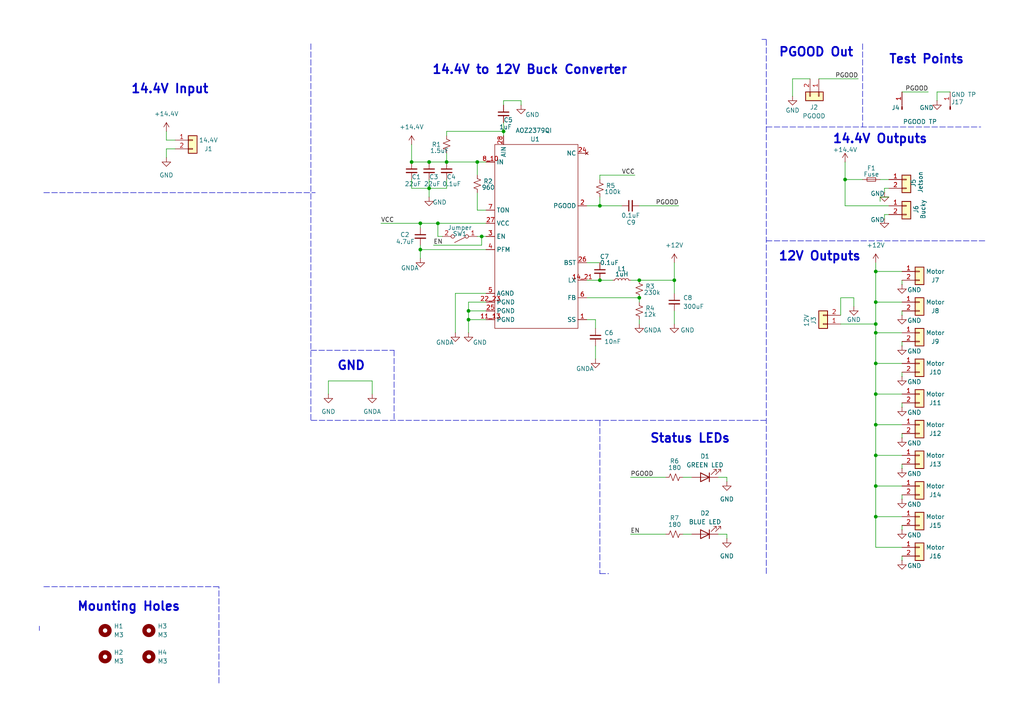
<source format=kicad_sch>
(kicad_sch (version 20231120) (generator "eeschema") (generator_version "8.0")
  (paper "A4")
  (title_block (title "GalaxSea Power Distribution Board 2") (date "2025-01-18") (rev "2.0.0"))
  (lib_symbols
    (symbol "AOZ2367QI-11:AOZ2367QI-11"
      (property "Reference" "U1" (at 0.254 32.004 0))
      (property "Value" "AOZ2379QI" (at -0.127 34.544 0))
      (symbol "AOZ2367QI-11_0_1"
        (rectangle (start -11.43 30.48) (end 12.7 -22.86))
      )
      (symbol "AOZ2367QI-11_1_1"
        (pin input line (at 15.24 -20.32 180) (length 2.54) (name "SS") (number "1"))
        (pin input line (at -13.97 -20.32 0) (length 2.54) (name "PGND") (number "11_13"))
        (pin input line (at 15.24 -8.89 180) (length 2.54) (name "LX") (number "14_21"))
        (pin input line (at 15.24 12.7 180) (length 2.54) (name "PGOOD") (number "2"))
        (pin input line (at -13.97 -15.24 0) (length 2.54) (name "PGND") (number "22_23"))
        (pin no_connect line (at 15.24 27.94 180) (length 2.54) (name "NC") (number "24"))
        (pin input line (at -13.97 -17.78 0) (length 2.54) (name "PGND") (number "25"))
        (pin input line (at 15.24 -3.81 180) (length 2.54) (name "BST") (number "26"))
        (pin input line (at -13.97 7.62 0) (length 2.54) (name "VCC") (number "27"))
        (pin input line (at -8.89 33.02 270) (length 2.54) (name "AIN") (number "28"))
        (pin input line (at -13.97 3.81 0) (length 2.54) (name "EN") (number "3"))
        (pin input line (at -13.97 0 0) (length 2.54) (name "PFM") (number "4"))
        (pin input line (at -13.97 -12.7 0) (length 2.54) (name "AGND") (number "5"))
        (pin input line (at 15.24 -13.97 180) (length 2.54) (name "FB") (number "6"))
        (pin input line (at -13.97 11.43 0) (length 2.54) (name "TON") (number "7"))
        (pin input line (at -13.97 25.4 0) (length 2.54) (name "IN") (number "8_10"))
      )
    )
    (symbol "Connector:Conn_01x01_Pin" (pin_names (offset 1.016) hide)
      (property "Reference" "J" (at 0 2.54 0))
      (property "Value" "Conn_01x01_Pin" (at 0 -2.54 0))
      (symbol "Conn_01x01_Pin_1_1"
        (polyline (pts (xy 1.27 0) (xy 0.8636 0)) (stroke (width 0.1524)))
        (rectangle (start 0.8636 0.127) (end 0 -0.127) (stroke (width 0.1524)) (fill (type outline)))
        (pin passive line (at 5.08 0 180) (length 3.81) (name "Pin_1") (number "1"))
      )
    )
    (symbol "Connector_Generic:Conn_01x02" (pin_names (offset 1.016) hide)
      (property "Reference" "J" (at 0 2.54 0))
      (property "Value" "Conn_01x02" (at 0 -5.08 0))
      (symbol "Conn_01x02_1_1"
        (rectangle (start -1.27 -2.413) (end 0 -2.667) (stroke (width 0.1524)))
        (rectangle (start -1.27 0.127) (end 0 -0.127) (stroke (width 0.1524)))
        (rectangle (start -1.27 1.27) (end 1.27 -3.81) (stroke (width 0.254)) (fill (type background)))
        (pin passive line (at -5.08 0 0) (length 3.81) (name "Pin_1") (number "1"))
        (pin passive line (at -5.08 -2.54 0) (length 3.81) (name "Pin_2") (number "2"))
      )
    )
    (symbol "Device:C_Small" (pin_numbers hide) (pin_names (offset 0.254) hide)
      (property "Reference" "C" (at 0.254 1.778 0))
      (property "Value" "C_Small" (at 0.254 -2.032 0))
      (symbol "C_Small_0_1"
        (polyline (pts (xy -1.524 -0.508) (xy 1.524 -0.508)) (stroke (width 0.3302)))
        (polyline (pts (xy -1.524 0.508) (xy 1.524 0.508)) (stroke (width 0.3048)))
      )
      (symbol "C_Small_1_1"
        (pin passive line (at 0 2.54 270) (length 2.032) (name "~") (number "1"))
        (pin passive line (at 0 -2.54 90) (length 2.032) (name "~") (number "2"))
      )
    )
    (symbol "Device:Fuse_Small" (pin_numbers hide) (pin_names (offset 0.254) hide)
      (property "Reference" "F" (at 0 -1.524 0))
      (property "Value" "Fuse_Small" (at 0 1.524 0))
      (symbol "Fuse_Small_0_1"
        (rectangle (start -1.27 0.508) (end 1.27 -0.508))
        (polyline (pts (xy -1.27 0) (xy 1.27 0)))
      )
      (symbol "Fuse_Small_1_1"
        (pin passive line (at -2.54 0 0) (length 1.27) (name "~") (number "1"))
        (pin passive line (at 2.54 0 180) (length 1.27) (name "~") (number "2"))
      )
    )
    (symbol "Device:LED" (pin_numbers hide) (pin_names (offset 1.016) hide)
      (property "Reference" "D" (at 0 2.54 0))
      (property "Value" "LED" (at 0 -2.54 0))
      (symbol "LED_0_1"
        (polyline (pts (xy -1.27 -1.27) (xy -1.27 1.27)) (stroke (width 0.254)))
        (polyline (pts (xy -1.27 0) (xy 1.27 0)))
        (polyline (pts (xy 1.27 -1.27) (xy 1.27 1.27) (xy -1.27 0) (xy 1.27 -1.27)) (stroke (width 0.254)))
        (polyline (pts (xy -3.048 -0.762) (xy -4.572 -2.286) (xy -3.81 -2.286) (xy -4.572 -2.286) (xy -4.572 -1.524)))
        (polyline (pts (xy -1.778 -0.762) (xy -3.302 -2.286) (xy -2.54 -2.286) (xy -3.302 -2.286) (xy -3.302 -1.524)))
      )
      (symbol "LED_1_1"
        (pin passive line (at -3.81 0 0) (length 2.54) (name "K") (number "1"))
        (pin passive line (at 3.81 0 180) (length 2.54) (name "A") (number "2"))
      )
    )
    (symbol "Device:L_Small" (pin_numbers hide) (pin_names (offset 0.254) hide)
      (property "Reference" "L" (at 0.762 1.016 0))
      (property "Value" "L_Small" (at 0.762 -1.016 0))
      (symbol "L_Small_0_1"
        (arc (start 0 -2.032) (mid 0.5058 -1.524) (end 0 -1.016))
        (arc (start 0 -1.016) (mid 0.5058 -0.508) (end 0 0))
        (arc (start 0 0) (mid 0.5058 0.508) (end 0 1.016))
        (arc (start 0 1.016) (mid 0.5058 1.524) (end 0 2.032))
      )
      (symbol "L_Small_1_1"
        (pin passive line (at 0 2.54 270) (length 0.508) (name "~") (number "1"))
        (pin passive line (at 0 -2.54 90) (length 0.508) (name "~") (number "2"))
      )
    )
    (symbol "Device:R_Small_US" (pin_numbers hide) (pin_names (offset 0.254) hide)
      (property "Reference" "R" (at 0.762 0.508 0))
      (property "Value" "R_Small_US" (at 0.762 -1.016 0))
      (symbol "R_Small_US_1_1"
        (polyline (pts (xy 0 0) (xy 1.016 -0.381) (xy 0 -0.762) (xy -1.016 -1.143) (xy 0 -1.524)))
        (polyline (pts (xy 0 1.524) (xy 1.016 1.143) (xy 0 0.762) (xy -1.016 0.381) (xy 0 0)))
        (pin passive line (at 0 2.54 270) (length 1.016) (name "~") (number "1"))
        (pin passive line (at 0 -2.54 90) (length 1.016) (name "~") (number "2"))
      )
    )
    (symbol "Mechanical:MountingHole" (pin_names (offset 1.016)) (exclude_from_sim yes) (in_bom no)
      (property "Reference" "H" (at 0 5.08 0))
      (property "Value" "MountingHole" (at 0 3.175 0))
      (symbol "MountingHole_0_1"
        (circle (center 0 0) (radius 1.27) (stroke (width 1.27)))
      )
    )
    (symbol "Switch:SW_SPST" (pin_names (offset 0) hide)
      (property "Reference" "SW" (at 0 3.175 0))
      (property "Value" "SW_SPST" (at 0 -2.54 0))
      (symbol "SW_SPST_0_0"
        (circle (center -2.032 0) (radius 0.508))
        (polyline (pts (xy -1.524 0.254) (xy 1.524 1.778)))
        (circle (center 2.032 0) (radius 0.508))
      )
      (symbol "SW_SPST_1_1"
        (pin passive line (at -5.08 0 0) (length 2.54) (name "A") (number "1"))
        (pin passive line (at 5.08 0 180) (length 2.54) (name "B") (number "2"))
      )
    )
    (symbol "power:+1V2" (power) (pin_numbers hide) (pin_names (offset 0) hide)
      (property "Value" "+1V2" (at 0 3.556 0))
      (symbol "+1V2_0_1"
        (polyline (pts (xy -0.762 1.27) (xy 0 2.54)))
        (polyline (pts (xy 0 0) (xy 0 2.54)))
        (polyline (pts (xy 0 2.54) (xy 0.762 1.27)))
      )
      (symbol "+1V2_1_1"
        (pin power_in line (at 0 0 90) (length 0) (name "~") (number "1"))
      )
    )
    (symbol "power:+2V5" (power) (pin_numbers hide) (pin_names (offset 0) hide)
      (property "Value" "+2V5" (at 0 3.556 0))
      (symbol "+2V5_0_1"
        (polyline (pts (xy -0.762 1.27) (xy 0 2.54)))
        (polyline (pts (xy 0 0) (xy 0 2.54)))
        (polyline (pts (xy 0 2.54) (xy 0.762 1.27)))
      )
      (symbol "+2V5_1_1"
        (pin power_in line (at 0 0 90) (length 0) (name "~") (number "1"))
      )
    )
    (symbol "power:GND" (power) (pin_numbers hide) (pin_names (offset 0) hide)
      (property "Value" "GND" (at 0 -3.81 0))
      (symbol "GND_0_1"
        (polyline (pts (xy 0 0) (xy 0 -1.27) (xy 1.27 -1.27) (xy 0 -2.54) (xy -1.27 -1.27) (xy 0 -1.27)))
      )
      (symbol "GND_1_1"
        (pin power_in line (at 0 0 270) (length 0) (name "~") (number "1"))
      )
    )
  )
  (junction (at 135.89 92.71))
  (junction (at 185.42 81.28))
  (junction (at 254 105.41))
  (junction (at 254 132.08))
  (junction (at 254 140.97))
  (junction (at 173.99 59.69))
  (junction (at 127 64.77))
  (junction (at 139.7 68.58))
  (junction (at 124.46 54.61))
  (junction (at 119.38 46.99))
  (junction (at 254 96.52))
  (junction (at 254 114.3))
  (junction (at 138.43 46.99))
  (junction (at 135.89 90.17))
  (junction (at 254 87.63))
  (junction (at 254 93.98))
  (junction (at 185.42 86.36))
  (junction (at 173.99 81.28))
  (junction (at 124.46 46.99))
  (junction (at 121.92 72.39))
  (junction (at 245.11 52.07))
  (junction (at 254 149.86))
  (junction (at 129.54 46.99))
  (junction (at 254 78.74))
  (junction (at 254 123.19))
  (junction (at 146.05 38.1))
  (junction (at 195.58 81.28))
  (junction (at 121.92 64.77))
  (wire (pts (xy 124.46 54.61) (xy 129.54 54.61)))
  (wire (pts (xy 173.99 52.07) (xy 173.99 50.8)))
  (wire (pts (xy 254 158.75) (xy 261.62 158.75)))
  (wire (pts (xy 129.54 38.1) (xy 146.05 38.1)))
  (wire (pts (xy 261.62 26.67) (xy 269.24 26.67)))
  (wire (pts (xy 146.05 29.21) (xy 146.05 30.48)))
  (wire (pts (xy 185.42 86.36) (xy 185.42 87.63)))
  (wire (pts (xy 254 114.3) (xy 254 123.19)))
  (polyline (pts (xy 222.25 166.37) (xy 222.25 11.43)) (stroke (width 0) (type dash)))
  (wire (pts (xy 119.38 54.61) (xy 124.46 54.61)))
  (wire (pts (xy 245.11 52.07) (xy 250.19 52.07)))
  (wire (pts (xy 261.62 143.51) (xy 261.62 144.78)))
  (wire (pts (xy 254 132.08) (xy 261.62 132.08)))
  (wire (pts (xy 182.88 154.94) (xy 193.04 154.94)))
  (wire (pts (xy 254 114.3) (xy 261.62 114.3)))
  (polyline (pts (xy 90.17 101.6) (xy 114.3 101.6)) (stroke (width 0) (type dash)))
  (wire (pts (xy 170.18 86.36) (xy 185.42 86.36)))
  (wire (pts (xy 95.25 110.49) (xy 95.25 114.3)))
  (polyline (pts (xy 222.25 69.85) (xy 285.75 69.85)) (stroke (width 0) (type dash)))
  (wire (pts (xy 256.54 63.5) (xy 256.54 62.23)))
  (wire (pts (xy 127 64.77) (xy 140.97 64.77)))
  (wire (pts (xy 124.46 54.61) (xy 124.46 57.15)))
  (wire (pts (xy 170.18 76.2) (xy 173.99 76.2)))
  (wire (pts (xy 261.62 125.73) (xy 261.62 127)))
  (wire (pts (xy 138.43 46.99) (xy 138.43 50.8)))
  (wire (pts (xy 254 123.19) (xy 261.62 123.19)))
  (wire (pts (xy 261.62 96.52) (xy 254 96.52)))
  (wire (pts (xy 48.26 38.1) (xy 48.26 40.64)))
  (polyline (pts (xy 222.25 36.83) (xy 284.48 36.83)) (stroke (width 0) (type dash)))
  (wire (pts (xy 138.43 68.58) (xy 139.7 68.58)))
  (wire (pts (xy 200.66 138.43) (xy 198.12 138.43)))
  (wire (pts (xy 257.81 52.07) (xy 255.27 52.07)))
  (wire (pts (xy 254 132.08) (xy 254 140.97)))
  (wire (pts (xy 254 93.98) (xy 254 96.52)))
  (wire (pts (xy 107.95 110.49) (xy 107.95 114.3)))
  (wire (pts (xy 129.54 46.99) (xy 138.43 46.99)))
  (wire (pts (xy 132.08 96.52) (xy 132.08 85.09)))
  (polyline (pts (xy 12.7 170.18) (xy 38.1 170.18)) (stroke (width 0) (type dash)))
  (wire (pts (xy 185.42 92.71) (xy 185.42 93.98)))
  (wire (pts (xy 121.92 64.77) (xy 127 64.77)))
  (wire (pts (xy 271.78 26.67) (xy 275.59 26.67)))
  (polyline (pts (xy 173.99 166.37) (xy 176.53 166.37)) (stroke (width 0) (type dash)))
  (wire (pts (xy 210.82 138.43) (xy 210.82 139.7)))
  (wire (pts (xy 255.27 58.42) (xy 255.27 57.15)))
  (wire (pts (xy 135.89 92.71) (xy 140.97 92.71)))
  (wire (pts (xy 243.84 86.36) (xy 247.65 86.36)))
  (wire (pts (xy 208.28 138.43) (xy 210.82 138.43)))
  (wire (pts (xy 261.62 99.06) (xy 261.62 100.33)))
  (wire (pts (xy 254 123.19) (xy 254 132.08)))
  (wire (pts (xy 121.92 71.12) (xy 121.92 72.39)))
  (wire (pts (xy 132.08 85.09) (xy 140.97 85.09)))
  (wire (pts (xy 124.46 46.99) (xy 129.54 46.99)))
  (wire (pts (xy 146.05 35.56) (xy 146.05 38.1)))
  (wire (pts (xy 195.58 93.98) (xy 195.58 90.17)))
  (wire (pts (xy 254 105.41) (xy 254 114.3)))
  (wire (pts (xy 127 68.58) (xy 127 64.77)))
  (wire (pts (xy 95.25 110.49) (xy 107.95 110.49)))
  (polyline (pts (xy 63.5 170.18) (xy 36.83 170.18)) (stroke (width 0) (type dash)))
  (wire (pts (xy 119.38 41.91) (xy 119.38 46.99)))
  (wire (pts (xy 119.38 46.99) (xy 124.46 46.99)))
  (wire (pts (xy 173.99 57.15) (xy 173.99 59.69)))
  (wire (pts (xy 173.99 81.28) (xy 177.8 81.28)))
  (wire (pts (xy 271.78 29.21) (xy 271.78 26.67)))
  (wire (pts (xy 195.58 85.09) (xy 195.58 81.28)))
  (polyline (pts (xy 11.43 182.88) (xy 11.43 181.61)) (stroke (width 0) (type dash)))
  (wire (pts (xy 125.73 71.12) (xy 139.7 71.12)))
  (wire (pts (xy 245.11 59.69) (xy 245.11 52.07)))
  (wire (pts (xy 182.88 138.43) (xy 193.04 138.43)))
  (polyline (pts (xy 173.99 121.92) (xy 173.99 166.37)) (stroke (width 0) (type dash)))
  (wire (pts (xy 119.38 52.07) (xy 119.38 54.61)))
  (wire (pts (xy 229.87 22.86) (xy 234.95 22.86)))
  (wire (pts (xy 254 96.52) (xy 254 105.41)))
  (wire (pts (xy 261.62 107.95) (xy 261.62 109.22)))
  (wire (pts (xy 243.84 93.98) (xy 254 93.98)))
  (wire (pts (xy 256.54 54.61) (xy 257.81 54.61)))
  (wire (pts (xy 50.8 43.18) (xy 48.26 43.18)))
  (wire (pts (xy 261.62 90.17) (xy 261.62 91.44)))
  (wire (pts (xy 254 149.86) (xy 261.62 149.86)))
  (wire (pts (xy 48.26 40.64) (xy 50.8 40.64)))
  (wire (pts (xy 208.28 154.94) (xy 210.82 154.94)))
  (wire (pts (xy 172.72 92.71) (xy 172.72 95.25)))
  (wire (pts (xy 135.89 90.17) (xy 135.89 87.63)))
  (wire (pts (xy 254 87.63) (xy 261.62 87.63)))
  (wire (pts (xy 185.42 81.28) (xy 195.58 81.28)))
  (wire (pts (xy 124.46 52.07) (xy 124.46 54.61)))
  (wire (pts (xy 229.87 27.94) (xy 229.87 22.86)))
  (polyline (pts (xy 12.7 55.88) (xy 91.44 55.88)) (stroke (width 0) (type dash)))
  (wire (pts (xy 254 76.2) (xy 254 78.74)))
  (wire (pts (xy 237.49 22.86) (xy 248.92 22.86)))
  (wire (pts (xy 170.18 92.71) (xy 172.72 92.71)))
  (polyline (pts (xy 90.17 12.7) (xy 90.17 121.92)) (stroke (width 0) (type dash)))
  (polyline (pts (xy 114.3 101.6) (xy 114.3 121.92)) (stroke (width 0) (type dash)))
  (wire (pts (xy 185.42 81.28) (xy 182.88 81.28)))
  (wire (pts (xy 255.27 57.15) (xy 257.81 57.15)))
  (wire (pts (xy 135.89 90.17) (xy 140.97 90.17)))
  (wire (pts (xy 261.62 105.41) (xy 254 105.41)))
  (polyline (pts (xy 222.25 121.92) (xy 90.17 121.92)) (stroke (width 0) (type dash)))
  (wire (pts (xy 261.62 78.74) (xy 254 78.74)))
  (wire (pts (xy 261.62 152.4) (xy 261.62 153.67)))
  (polyline (pts (xy 63.5 198.12) (xy 63.5 170.18)) (stroke (width 0) (type dash)))
  (wire (pts (xy 138.43 46.99) (xy 140.97 46.99)))
  (wire (pts (xy 261.62 134.62) (xy 261.62 135.89)))
  (wire (pts (xy 254 140.97) (xy 261.62 140.97)))
  (wire (pts (xy 170.18 81.28) (xy 173.99 81.28)))
  (wire (pts (xy 129.54 44.45) (xy 129.54 46.99)))
  (wire (pts (xy 151.13 29.21) (xy 146.05 29.21)))
  (wire (pts (xy 129.54 54.61) (xy 129.54 52.07)))
  (polyline (pts (xy 250.19 12.7) (xy 250.19 36.83)) (stroke (width 0) (type dash)))
  (wire (pts (xy 256.54 62.23) (xy 257.81 62.23)))
  (wire (pts (xy 121.92 72.39) (xy 140.97 72.39)))
  (wire (pts (xy 172.72 100.33) (xy 172.72 104.14)))
  (wire (pts (xy 110.49 64.77) (xy 121.92 64.77)))
  (wire (pts (xy 129.54 39.37) (xy 129.54 38.1)))
  (wire (pts (xy 151.13 30.48) (xy 151.13 29.21)))
  (wire (pts (xy 170.18 59.69) (xy 173.99 59.69)))
  (wire (pts (xy 261.62 161.29) (xy 261.62 162.56)))
  (wire (pts (xy 139.7 68.58) (xy 140.97 68.58)))
  (wire (pts (xy 210.82 154.94) (xy 210.82 156.21)))
  (wire (pts (xy 245.11 46.99) (xy 245.11 52.07)))
  (wire (pts (xy 173.99 59.69) (xy 180.34 59.69)))
  (wire (pts (xy 247.65 86.36) (xy 247.65 88.9)))
  (wire (pts (xy 128.27 68.58) (xy 127 68.58)))
  (polyline (pts (xy 222.25 11.43) (xy 220.98 11.43)) (stroke (width 0) (type dash)))
  (wire (pts (xy 135.89 96.52) (xy 135.89 92.71)))
  (wire (pts (xy 195.58 76.2) (xy 195.58 81.28)))
  (wire (pts (xy 121.92 64.77) (xy 121.92 66.04)))
  (wire (pts (xy 254 78.74) (xy 254 87.63)))
  (wire (pts (xy 261.62 116.84) (xy 261.62 118.11)))
  (wire (pts (xy 185.42 59.69) (xy 196.85 59.69)))
  (wire (pts (xy 254 140.97) (xy 254 149.86)))
  (wire (pts (xy 135.89 92.71) (xy 135.89 90.17)))
  (wire (pts (xy 48.26 43.18) (xy 48.26 45.72)))
  (wire (pts (xy 121.92 74.93) (xy 121.92 72.39)))
  (wire (pts (xy 254 87.63) (xy 254 93.98)))
  (wire (pts (xy 138.43 60.96) (xy 138.43 55.88)))
  (wire (pts (xy 256.54 55.88) (xy 256.54 54.61)))
  (wire (pts (xy 254 149.86) (xy 254 158.75)))
  (wire (pts (xy 146.05 38.1) (xy 146.05 39.37)))
  (wire (pts (xy 261.62 81.28) (xy 261.62 82.55)))
  (wire (pts (xy 200.66 154.94) (xy 198.12 154.94)))
  (wire (pts (xy 140.97 60.96) (xy 138.43 60.96)))
  (wire (pts (xy 139.7 71.12) (xy 139.7 68.58)))
  (wire (pts (xy 257.81 59.69) (xy 245.11 59.69)))
  (wire (pts (xy 243.84 91.44) (xy 243.84 86.36)))
  (wire (pts (xy 173.99 50.8) (xy 184.15 50.8)))
  (wire (pts (xy 135.89 87.63) (xy 140.97 87.63)))
  (text "Test Points" (at 268.732 17.272 0) (effects (font (size 2.54 2.54) (thickness 0.508) (bold yes))))
  (text "14.4V Outputs" (at 255.27 40.386 0) (effects (font (size 2.54 2.54) (thickness 0.508) (bold yes))))
  (text "GND" (at 101.854 106.172 0) (effects (font (size 2.54 2.54) (thickness 0.508) (bold yes))))
  (text "PGOOD Out" (at 236.728 15.24 0) (effects (font (size 2.54 2.54) (thickness 0.508) (bold yes))))
  (text "Status LEDs" (at 200.152 127.254 0) (effects (font (size 2.54 2.54) (thickness 0.508) (bold yes))))
  (text "12V Outputs" (at 237.744 74.422 0) (effects (font (size 2.54 2.54) (thickness 0.508) (bold yes))))
  (text "14.4V to 12V Buck Converter" (at 153.67 20.32 0) (effects (font (size 2.54 2.54) (thickness 0.508) (bold yes))))
  (text "14.4V Input" (at 49.276 25.908 0) (effects (font (size 2.54 2.54) (thickness 0.508) (bold yes))))
  (text "Mounting Holes" (at 37.338 176.022 0) (effects (font (size 2.54 2.54) (thickness 0.508) (bold yes))))
  (label "VCC" (at 184.15 50.8 180))
  (label "PGOOD" (at 269.24 26.67 180))
  (label "PGOOD" (at 196.85 59.69 180))
  (label "VCC" (at 110.49 64.77 0))
  (label "PGOOD" (at 182.88 138.43 0))
  (label "EN" (at 125.73 71.12 0))
  (label "PGOOD" (at 248.92 22.86 180))
  (label "EN" (at 182.88 154.94 0))
  (symbol (lib_id "Device:R_Small_US") (at 195.58 154.94 90) (unit 1)
    (property "Reference" "R7" (at 196.977 150.241 90) (effects (justify left)))
    (property "Value" "180" (at 197.612 152.146 90) (effects (justify left)))
    (property "Footprint" "Resistor_SMD:R_0805_2012Metric" (effects (hide yes)))
    (property "Description" "Resistor, small US symbol" (effects (hide yes)))
  )
  (symbol (lib_id "Device:C_Small") (at 146.05 33.02 0) (unit 1)
    (property "Reference" "C5" (at 146.05 34.798 0) (effects (justify left)))
    (property "Value" "1uF" (at 144.78 36.83 0) (effects (justify left)))
    (property "Footprint" "Capacitor_SMD:C_0805_2012Metric" (effects (hide yes)))
    (property "Description" "Unpolarized capacitor, small symbol" (effects (hide yes)))
  )
  (symbol (lib_id "power:+2V5") (at 119.38 41.91 0) (unit 1)
    (property "Reference" "#PWR05" (effects (hide yes)))
    (property "Value" "+14.4V" (at 119.38 36.83 0))
    (property "Description" "Power symbol creates a global label with name \"+2V5\"" (effects (hide yes)))
  )
  (symbol (lib_id "power:GND") (at 210.82 139.7 0) (unit 1)
    (property "Reference" "#PWR015" (effects (hide yes)))
    (property "Value" "GND" (at 210.82 144.78 0))
    (property "Description" "Power symbol creates a global label with name \"GND\" , ground" (effects (hide yes)))
  )
  (symbol (lib_id "power:GND") (at 185.42 93.98 0) (mirror y) (unit 1)
    (property "Reference" "#PWR012" (effects (hide yes)))
    (property "Value" "GNDA" (at 189.23 95.758 0))
    (property "Description" "Power symbol creates a global label with name \"GND\" , ground" (effects (hide yes)))
  )
  (symbol (lib_id "Connector_Generic:Conn_01x02") (at 238.76 93.98 180) (unit 1)
    (property "Reference" "J3" (at 235.966 92.964 90))
    (property "Value" "12V" (at 233.934 92.964 90))
    (property "Footprint" "Connector_AMASS:AMASS_XT60-M_1x02_P7.20mm_Vertical" (effects (hide yes)))
    (property "Description" "Generic connector, single row, 01x02, script generated (kicad-library-utils/schlib/autogen/connector/)" (effects (hide yes)))
  )
  (symbol (lib_id "power:GND") (at 210.82 156.21 0) (unit 1)
    (property "Reference" "#PWR033" (effects (hide yes)))
    (property "Value" "GND" (at 210.82 161.29 0))
    (property "Description" "Power symbol creates a global label with name \"GND\" , ground" (effects (hide yes)))
  )
  (symbol (lib_id "power:GND") (at 48.26 45.72 0) (unit 1)
    (property "Reference" "#PWR02" (effects (hide yes)))
    (property "Value" "GND" (at 48.26 50.8 0))
    (property "Description" "Power symbol creates a global label with name \"GND\" , ground" (effects (hide yes)))
  )
  (symbol (lib_id "power:GND") (at 261.62 109.22 0) (unit 1)
    (property "Reference" "#PWR024" (effects (hide yes)))
    (property "Value" "GND" (at 263.144 110.744 0) (effects (justify left)))
    (property "Description" "Power symbol creates a global label with name \"GND\" , ground" (effects (hide yes)))
  )
  (symbol (lib_id "Device:C_Small") (at 195.58 87.63 0) (unit 1)
    (property "Reference" "C8" (at 198.12 86.3662 0) (effects (justify left)))
    (property "Value" "300uF" (at 198.12 88.9062 0) (effects (justify left)))
    (property "Footprint" "Capacitor_SMD:C_0805_2012Metric" (effects (hide yes)))
    (property "Description" "Unpolarized capacitor, small symbol" (effects (hide yes)))
  )
  (symbol (lib_id "Connector_Generic:Conn_01x02") (at 266.7 140.97 0) (unit 1)
    (property "Reference" "J14" (at 271.272 143.51 0))
    (property "Value" "Motor" (at 271.272 140.97 0))
    (property "Footprint" "Connector_JST:JST_VH_B2P-VH-B_1x02_P3.96mm_Vertical" (effects (hide yes)))
    (property "Description" "Generic connector, single row, 01x02, script generated (kicad-library-utils/schlib/autogen/connector/)" (effects (hide yes)))
  )
  (symbol (lib_id "power:GND") (at 151.13 30.48 0) (mirror y) (unit 1)
    (property "Reference" "#PWR010" (effects (hide yes)))
    (property "Value" "GND" (at 154.432 33.274 0))
    (property "Description" "Power symbol creates a global label with name \"GND\" , ground" (effects (hide yes)))
  )
  (symbol (lib_id "power:+1V2") (at 245.11 46.99 0) (unit 1)
    (property "Reference" "#PWR016" (effects (hide yes)))
    (property "Value" "+14.4V" (at 245.11 43.434 0))
    (property "Description" "Power symbol creates a global label with name \"+1V2\"" (effects (hide yes)))
  )
  (symbol (lib_id "Device:R_Small_US") (at 185.42 83.82 0) (unit 1)
    (property "Reference" "R3" (at 187.198 83.058 0) (effects (justify left)))
    (property "Value" "230k" (at 186.69 84.836 0) (effects (justify left)))
    (property "Footprint" "Resistor_SMD:R_0805_2012Metric" (effects (hide yes)))
    (property "Description" "Resistor, small US symbol" (effects (hide yes)))
  )
  (symbol (lib_id "power:GND") (at 132.08 96.52 0) (mirror y) (unit 1)
    (property "Reference" "#PWR08" (effects (hide yes)))
    (property "Value" "GNDA" (at 129.032 99.314 0))
    (property "Description" "Power symbol creates a global label with name \"GND\" , ground" (effects (hide yes)))
  )
  (symbol (lib_id "Device:Fuse_Small") (at 252.73 52.07 180) (unit 1)
    (property "Reference" "F1" (at 252.73 48.768 0))
    (property "Value" "Fuse" (at 252.73 50.546 0))
    (property "Footprint" "Fuse:Fuse_1812_4532Metric" (effects (hide yes)))
    (property "Datasheet" "https://www.belfuse.com/resources/datasheets/circuitprotection/ds-cp-0zcf-series.pdf" (effects (hide yes)))
    (property "Description" "Fuse, small symbol" (effects (hide yes)))
  )
  (symbol (lib_id "power:GND") (at 261.62 127 0) (unit 1)
    (property "Reference" "#PWR026" (effects (hide yes)))
    (property "Value" "GND" (at 263.144 128.524 0) (effects (justify left)))
    (property "Description" "Power symbol creates a global label with name \"GND\" , ground" (effects (hide yes)))
  )
  (symbol (lib_id "power:GND") (at 229.87 27.94 0) (unit 1)
    (property "Reference" "#PWR032" (effects (hide yes)))
    (property "Value" "GND" (at 229.87 32.004 0))
    (property "Description" "Power symbol creates a global label with name \"GND\" , ground" (effects (hide yes)))
  )
  (symbol (lib_id "power:GND") (at 121.92 74.93 0) (mirror y) (unit 1)
    (property "Reference" "#PWR06" (effects (hide yes)))
    (property "Value" "GNDA" (at 118.872 77.724 0))
    (property "Description" "Power symbol creates a global label with name \"GND\" , ground" (effects (hide yes)))
  )
  (symbol (lib_id "Device:L_Small") (at 180.34 81.28 90) (unit 1)
    (property "Reference" "L1" (at 180.34 77.978 90))
    (property "Value" "1uH" (at 180.34 79.502 90))
    (property "Footprint" "footprints:IND_SRP1265A-1R5M" (effects (hide yes)))
    (property "Description" "Inductor, small symbol" (effects (hide yes)))
  )
  (symbol (lib_id "Connector_Generic:Conn_01x02") (at 266.7 132.08 0) (unit 1)
    (property "Reference" "J13" (at 271.272 134.62 0))
    (property "Value" "Motor" (at 271.272 132.08 0))
    (property "Footprint" "Connector_JST:JST_VH_B2P-VH-B_1x02_P3.96mm_Vertical" (effects (hide yes)))
    (property "Description" "Generic connector, single row, 01x02, script generated (kicad-library-utils/schlib/autogen/connector/)" (effects (hide yes)))
  )
  (symbol (lib_id "power:GND") (at 256.54 63.5 0) (unit 1)
    (property "Reference" "#PWR020" (effects (hide yes)))
    (property "Value" "GND" (at 252.476 63.754 0) (effects (justify left)))
    (property "Description" "Power symbol creates a global label with name \"GND\" , ground" (effects (hide yes)))
  )
  (symbol (lib_id "Device:LED") (at 204.47 154.94 180) (unit 1)
    (property "Reference" "D2" (at 204.47 148.844 0))
    (property "Value" "BLUE LED" (at 204.47 151.384 0))
    (property "Footprint" "LED_THT:LED_D5.0mm" (effects (hide yes)))
    (property "Description" "Light emitting diode" (effects (hide yes)))
  )
  (symbol (lib_id "Connector:Conn_01x01_Pin") (at 275.59 31.75 90) (unit 1)
    (property "Reference" "J17" (at 275.844 29.5909 90) (effects (justify right)))
    (property "Value" "GND TP" (at 275.844 27.432 90) (effects (justify right)))
    (property "Footprint" "TestPoint:TestPoint_Keystone_5010-5014_Multipurpose" (effects (hide yes)))
    (property "Description" "Generic connector, single row, 01x01, script generated" (effects (hide yes)))
  )
  (symbol (lib_id "power:GND") (at 261.62 118.11 0) (unit 1)
    (property "Reference" "#PWR025" (effects (hide yes)))
    (property "Value" "GND" (at 263.144 119.634 0) (effects (justify left)))
    (property "Description" "Power symbol creates a global label with name \"GND\" , ground" (effects (hide yes)))
  )
  (symbol (lib_id "Mechanical:MountingHole") (at 43.18 190.5 0) (unit 1) (exclude_from_sim yes) (in_bom no)
    (property "Reference" "H4" (at 45.72 189.2299 0) (effects (justify left)))
    (property "Value" "M3" (at 45.72 191.7699 0) (effects (justify left)))
    (property "Footprint" "MountingHole:MountingHole_3.2mm_M3" (effects (hide yes)))
    (property "Description" "Mounting Hole without connection" (effects (hide yes)))
  )
  (symbol (lib_id "Connector_Generic:Conn_01x02") (at 266.7 114.3 0) (unit 1)
    (property "Reference" "J11" (at 271.272 116.84 0))
    (property "Value" "Motor" (at 271.272 114.3 0))
    (property "Footprint" "Connector_JST:JST_VH_B2P-VH-B_1x02_P3.96mm_Vertical" (effects (hide yes)))
    (property "Description" "Generic connector, single row, 01x02, script generated (kicad-library-utils/schlib/autogen/connector/)" (effects (hide yes)))
  )
  (symbol (lib_id "Connector_Generic:Conn_01x02") (at 237.49 27.94 270) (unit 1)
    (property "Reference" "J2" (at 236.093 31.115 90))
    (property "Value" "PGOOD" (at 236.093 33.655 90))
    (property "Footprint" "Connector_JST:JST_VH_B2P-VH-B_1x02_P3.96mm_Vertical" (effects (hide yes)))
    (property "Description" "Generic connector, single row, 01x02, script generated (kicad-library-utils/schlib/autogen/connector/)" (effects (hide yes)))
  )
  (symbol (lib_id "Device:R_Small_US") (at 195.58 138.43 90) (unit 1)
    (property "Reference" "R6" (at 196.977 133.731 90) (effects (justify left)))
    (property "Value" "180" (at 197.612 135.636 90) (effects (justify left)))
    (property "Footprint" "Resistor_SMD:R_0805_2012Metric" (effects (hide yes)))
    (property "Description" "Resistor, small US symbol" (effects (hide yes)))
  )
  (symbol (lib_id "Device:R_Small_US") (at 129.54 41.91 0) (unit 1)
    (property "Reference" "R1" (at 125.222 41.91 0) (effects (justify left)))
    (property "Value" "1.5uF" (at 124.714 43.688 0) (effects (justify left)))
    (property "Footprint" "Resistor_SMD:R_0805_2012Metric" (effects (hide yes)))
    (property "Description" "Resistor, small US symbol" (effects (hide yes)))
  )
  (symbol (lib_id "Device:C_Small") (at 124.46 49.53 0) (unit 1)
    (property "Reference" "C3" (at 124.46 51.308 0) (effects (justify left)))
    (property "Value" "22uF" (at 122.936 53.34 0) (effects (justify left)))
    (property "Footprint" "Capacitor_SMD:C_0805_2012Metric" (effects (hide yes)))
    (property "Description" "Unpolarized capacitor, small symbol" (effects (hide yes)))
  )
  (symbol (lib_id "power:+2V5") (at 195.58 76.2 0) (unit 1)
    (property "Reference" "#PWR013" (effects (hide yes)))
    (property "Value" "+12V" (at 195.58 71.12 0))
    (property "Description" "Power symbol creates a global label with name \"+2V5\"" (effects (hide yes)))
  )
  (symbol (lib_id "Device:C_Small") (at 172.72 97.79 0) (unit 1)
    (property "Reference" "C6" (at 175.26 96.5262 0) (effects (justify left)))
    (property "Value" "10nF" (at 175.26 99.0662 0) (effects (justify left)))
    (property "Footprint" "Capacitor_SMD:C_0805_2012Metric" (effects (hide yes)))
    (property "Description" "Unpolarized capacitor, small symbol" (effects (hide yes)))
  )
  (symbol (lib_id "power:GND") (at 95.25 114.3 0) (unit 1)
    (property "Reference" "#PWR03" (effects (hide yes)))
    (property "Value" "GND" (at 95.25 119.38 0))
    (property "Description" "Power symbol creates a global label with name \"GND\" , ground" (effects (hide yes)))
  )
  (symbol (lib_id "Connector_Generic:Conn_01x02") (at 55.88 40.64 0) (unit 1)
    (property "Reference" "J1" (at 60.452 43.18 0))
    (property "Value" "14.4V" (at 60.452 40.64 0))
    (property "Footprint" "footprints:XT90_V" (effects (hide yes)))
    (property "Description" "Generic connector, single row, 01x02, script generated (kicad-library-utils/schlib/autogen/connector/)" (effects (hide yes)))
  )
  (symbol (lib_id "Connector_Generic:Conn_01x02") (at 262.89 52.07 0) (unit 1)
    (property "Reference" "J5" (at 264.922 53.086 90))
    (property "Value" "Jetson" (at 266.954 52.832 90))
    (property "Footprint" "Connector_AMASS:AMASS_XT60-M_1x02_P7.20mm_Vertical" (effects (hide yes)))
    (property "Description" "Generic connector, single row, 01x02, script generated (kicad-library-utils/schlib/autogen/connector/)" (effects (hide yes)))
  )
  (symbol (lib_id "Connector_Generic:Conn_01x02") (at 266.7 149.86 0) (unit 1)
    (property "Reference" "J15" (at 271.272 152.4 0))
    (property "Value" "Motor" (at 271.272 149.86 0))
    (property "Footprint" "Connector_JST:JST_VH_B2P-VH-B_1x02_P3.96mm_Vertical" (effects (hide yes)))
    (property "Description" "Generic connector, single row, 01x02, script generated (kicad-library-utils/schlib/autogen/connector/)" (effects (hide yes)))
  )
  (symbol (lib_id "power:GND") (at 256.54 55.88 0) (unit 1)
    (property "Reference" "#PWR019" (effects (hide yes)))
    (property "Value" "GND" (at 252.476 56.134 0) (effects (justify left)))
    (property "Description" "Power symbol creates a global label with name \"GND\" , ground" (effects (hide yes)))
  )
  (symbol (lib_id "Device:R_Small_US") (at 185.42 90.17 0) (unit 1)
    (property "Reference" "R4" (at 187.198 89.408 0) (effects (justify left)))
    (property "Value" "12k" (at 186.69 91.186 0) (effects (justify left)))
    (property "Footprint" "Resistor_SMD:R_0805_2012Metric" (effects (hide yes)))
    (property "Description" "Resistor, small US symbol" (effects (hide yes)))
  )
  (symbol (lib_id "Connector_Generic:Conn_01x02") (at 266.7 123.19 0) (unit 1)
    (property "Reference" "J12" (at 271.272 125.73 0))
    (property "Value" "Motor" (at 271.272 123.19 0))
    (property "Footprint" "Connector_JST:JST_VH_B2P-VH-B_1x02_P3.96mm_Vertical" (effects (hide yes)))
    (property "Description" "Generic connector, single row, 01x02, script generated (kicad-library-utils/schlib/autogen/connector/)" (effects (hide yes)))
  )
  (symbol (lib_id "Connector_Generic:Conn_01x02") (at 266.7 87.63 0) (unit 1)
    (property "Reference" "J8" (at 271.272 90.17 0))
    (property "Value" "Motor" (at 271.272 87.63 0))
    (property "Footprint" "Connector_JST:JST_VH_B2P-VH-B_1x02_P3.96mm_Vertical" (effects (hide yes)))
    (property "Description" "Generic connector, single row, 01x02, script generated (kicad-library-utils/schlib/autogen/connector/)" (effects (hide yes)))
  )
  (symbol (lib_id "power:GND") (at 172.72 104.14 0) (mirror y) (unit 1)
    (property "Reference" "#PWR011" (effects (hide yes)))
    (property "Value" "GNDA" (at 169.672 106.934 0))
    (property "Description" "Power symbol creates a global label with name \"GND\" , ground" (effects (hide yes)))
  )
  (symbol (lib_id "power:GND") (at 124.46 57.15 0) (mirror y) (unit 1)
    (property "Reference" "#PWR07" (effects (hide yes)))
    (property "Value" "GND" (at 127.508 58.674 0))
    (property "Description" "Power symbol creates a global label with name \"GND\" , ground" (effects (hide yes)))
  )
  (symbol (lib_id "power:+1V2") (at 48.26 38.1 0) (unit 1)
    (property "Reference" "#PWR01" (effects (hide yes)))
    (property "Value" "+14.4V" (at 48.26 33.02 0))
    (property "Description" "Power symbol creates a global label with name \"+1V2\"" (effects (hide yes)))
  )
  (symbol (lib_id "Mechanical:MountingHole") (at 30.48 190.5 0) (unit 1) (exclude_from_sim yes) (in_bom no)
    (property "Reference" "H2" (at 33.02 189.2299 0) (effects (justify left)))
    (property "Value" "M3" (at 33.02 191.7699 0) (effects (justify left)))
    (property "Footprint" "MountingHole:MountingHole_3.2mm_M3" (effects (hide yes)))
    (property "Description" "Mounting Hole without connection" (effects (hide yes)))
  )
  (symbol (lib_id "Switch:SW_SPST") (at 133.35 68.58 180) (unit 1)
    (property "Reference" "SW1" (at 133.35 67.818 0))
    (property "Value" "Jumper" (at 133.35 66.04 0))
    (property "Footprint" "Connector_PinHeader_2.54mm:PinHeader_1x02_P2.54mm_Vertical" (effects (hide yes)))
    (property "Description" "Single Pole Single Throw (SPST) switch" (effects (hide yes)))
  )
  (symbol (lib_id "power:GND") (at 195.58 93.98 0) (mirror y) (unit 1)
    (property "Reference" "#PWR014" (effects (hide yes)))
    (property "Value" "GND" (at 199.39 95.758 0))
    (property "Description" "Power symbol creates a global label with name \"GND\" , ground" (effects (hide yes)))
  )
  (symbol (lib_id "Device:C_Small") (at 119.38 49.53 0) (unit 1)
    (property "Reference" "C1" (at 119.38 51.308 0) (effects (justify left)))
    (property "Value" "22uF" (at 117.348 53.34 0) (effects (justify left)))
    (property "Footprint" "Capacitor_SMD:C_0805_2012Metric" (effects (hide yes)))
    (property "Description" "Unpolarized capacitor, small symbol" (effects (hide yes)))
  )
  (symbol (lib_id "Connector:Conn_01x01_Pin") (at 261.62 31.75 90) (unit 1)
    (property "Reference" "J4" (at 258.572 31.242 90) (effects (justify right)))
    (property "Value" "PGOOD TP" (at 261.874 35.306 90) (effects (justify right)))
    (property "Footprint" "TestPoint:TestPoint_Keystone_5010-5014_Multipurpose" (effects (hide yes)))
    (property "Description" "Generic connector, single row, 01x01, script generated" (effects (hide yes)))
  )
  (symbol (lib_id "power:GND") (at 261.62 135.89 0) (unit 1)
    (property "Reference" "#PWR027" (effects (hide yes)))
    (property "Value" "GND" (at 263.144 137.414 0) (effects (justify left)))
    (property "Description" "Power symbol creates a global label with name \"GND\" , ground" (effects (hide yes)))
  )
  (symbol (lib_id "Connector_Generic:Conn_01x02") (at 266.7 105.41 0) (unit 1)
    (property "Reference" "J10" (at 271.272 107.95 0))
    (property "Value" "Motor" (at 271.272 105.41 0))
    (property "Footprint" "Connector_JST:JST_VH_B2P-VH-B_1x02_P3.96mm_Vertical" (effects (hide yes)))
    (property "Description" "Generic connector, single row, 01x02, script generated (kicad-library-utils/schlib/autogen/connector/)" (effects (hide yes)))
  )
  (symbol (lib_id "power:GND") (at 247.65 88.9 0) (unit 1)
    (property "Reference" "#PWR017" (effects (hide yes)))
    (property "Value" "GND" (at 249.682 92.71 0) (effects (justify right)))
    (property "Description" "Power symbol creates a global label with name \"GND\" , ground" (effects (hide yes)))
  )
  (symbol (lib_id "power:GND") (at 261.62 144.78 0) (unit 1)
    (property "Reference" "#PWR028" (effects (hide yes)))
    (property "Value" "GND" (at 263.144 146.304 0) (effects (justify left)))
    (property "Description" "Power symbol creates a global label with name \"GND\" , ground" (effects (hide yes)))
  )
  (symbol (lib_id "Mechanical:MountingHole") (at 30.48 182.88 0) (unit 1) (exclude_from_sim yes) (in_bom no)
    (property "Reference" "H1" (at 33.02 181.6099 0) (effects (justify left)))
    (property "Value" "M3" (at 33.02 184.1499 0) (effects (justify left)))
    (property "Footprint" "MountingHole:MountingHole_3.2mm_M3" (effects (hide yes)))
    (property "Description" "Mounting Hole without connection" (effects (hide yes)))
  )
  (symbol (lib_id "Connector_Generic:Conn_01x02") (at 262.89 59.69 0) (unit 1)
    (property "Reference" "J6" (at 265.684 60.706 90))
    (property "Value" "Bucky" (at 267.716 60.706 90))
    (property "Footprint" "footprints:XT90_V" (effects (hide yes)))
    (property "Description" "Generic connector, single row, 01x02, script generated (kicad-library-utils/schlib/autogen/connector/)" (effects (hide yes)))
  )
  (symbol (lib_id "power:GND") (at 107.95 114.3 0) (mirror y) (unit 1)
    (property "Reference" "#PWR04" (effects (hide yes)))
    (property "Value" "GNDA" (at 107.95 119.38 0))
    (property "Description" "Power symbol creates a global label with name \"GND\" , ground" (effects (hide yes)))
  )
  (symbol (lib_id "Device:LED") (at 204.47 138.43 180) (unit 1)
    (property "Reference" "D1" (at 204.47 132.334 0))
    (property "Value" "GREEN LED" (at 204.47 134.874 0))
    (property "Footprint" "LED_THT:LED_D5.0mm" (effects (hide yes)))
    (property "Description" "Light emitting diode" (effects (hide yes)))
  )
  (symbol (lib_id "Device:C_Small") (at 182.88 59.69 90) (unit 1)
    (property "Reference" "C9" (at 184.404 64.516 90) (effects (justify left)))
    (property "Value" "0.1uF" (at 185.674 62.484 90) (effects (justify left)))
    (property "Footprint" "Capacitor_SMD:C_0805_2012Metric" (effects (hide yes)))
    (property "Description" "Unpolarized capacitor, small symbol" (effects (hide yes)))
  )
  (symbol (lib_id "power:GND") (at 261.62 91.44 0) (unit 1)
    (property "Reference" "#PWR022" (effects (hide yes)))
    (property "Value" "GND" (at 263.144 92.964 0) (effects (justify left)))
    (property "Description" "Power symbol creates a global label with name \"GND\" , ground" (effects (hide yes)))
  )
  (symbol (lib_id "Device:C_Small") (at 129.54 49.53 0) (unit 1)
    (property "Reference" "C4" (at 129.54 51.308 0) (effects (justify left)))
    (property "Value" "0.1uF" (at 128.27 53.34 0) (effects (justify left)))
    (property "Footprint" "Capacitor_SMD:C_0805_2012Metric" (effects (hide yes)))
    (property "Description" "Unpolarized capacitor, small symbol" (effects (hide yes)))
  )
  (symbol (lib_id "Device:C_Small") (at 173.99 78.74 0) (unit 1)
    (property "Reference" "C7" (at 173.99 74.422 0) (effects (justify left)))
    (property "Value" "0.1uF" (at 173.99 76.2 0) (effects (justify left)))
    (property "Footprint" "Capacitor_SMD:C_0805_2012Metric" (effects (hide yes)))
    (property "Description" "Unpolarized capacitor, small symbol" (effects (hide yes)))
  )
  (symbol (lib_id "power:GND") (at 261.62 82.55 0) (unit 1)
    (property "Reference" "#PWR021" (effects (hide yes)))
    (property "Value" "GND" (at 263.144 84.074 0) (effects (justify left)))
    (property "Description" "Power symbol creates a global label with name \"GND\" , ground" (effects (hide yes)))
  )
  (symbol (lib_id "power:GND") (at 261.62 100.33 0) (unit 1)
    (property "Reference" "#PWR023" (effects (hide yes)))
    (property "Value" "GND" (at 263.144 101.854 0) (effects (justify left)))
    (property "Description" "Power symbol creates a global label with name \"GND\" , ground" (effects (hide yes)))
  )
  (symbol (lib_id "power:GND") (at 135.89 96.52 0) (mirror y) (unit 1)
    (property "Reference" "#PWR09" (effects (hide yes)))
    (property "Value" "GND" (at 139.192 99.314 0))
    (property "Description" "Power symbol creates a global label with name \"GND\" , ground" (effects (hide yes)))
  )
  (symbol (lib_id "power:GND") (at 261.62 153.67 0) (unit 1)
    (property "Reference" "#PWR029" (effects (hide yes)))
    (property "Value" "GND" (at 263.144 155.194 0) (effects (justify left)))
    (property "Description" "Power symbol creates a global label with name \"GND\" , ground" (effects (hide yes)))
  )
  (symbol (lib_id "power:GND") (at 261.62 162.56 0) (unit 1)
    (property "Reference" "#PWR030" (effects (hide yes)))
    (property "Value" "GND" (at 263.144 164.084 0) (effects (justify left)))
    (property "Description" "Power symbol creates a global label with name \"GND\" , ground" (effects (hide yes)))
  )
  (symbol (lib_id "Connector_Generic:Conn_01x02") (at 266.7 96.52 0) (unit 1)
    (property "Reference" "J9" (at 271.272 99.06 0))
    (property "Value" "Motor" (at 271.272 96.52 0))
    (property "Footprint" "Connector_JST:JST_VH_B2P-VH-B_1x02_P3.96mm_Vertical" (effects (hide yes)))
    (property "Description" "Generic connector, single row, 01x02, script generated (kicad-library-utils/schlib/autogen/connector/)" (effects (hide yes)))
  )
  (symbol (lib_id "Connector_Generic:Conn_01x02") (at 266.7 158.75 0) (unit 1)
    (property "Reference" "J16" (at 271.272 161.29 0))
    (property "Value" "Motor" (at 271.272 158.75 0))
    (property "Footprint" "Connector_JST:JST_VH_B2P-VH-B_1x02_P3.96mm_Vertical" (effects (hide yes)))
    (property "Description" "Generic connector, single row, 01x02, script generated (kicad-library-utils/schlib/autogen/connector/)" (effects (hide yes)))
  )
  (symbol (lib_id "Device:R_Small_US") (at 173.99 54.61 0) (unit 1)
    (property "Reference" "R5" (at 175.768 53.848 0) (effects (justify left)))
    (property "Value" "100k" (at 175.26 55.626 0) (effects (justify left)))
    (property "Footprint" "Resistor_SMD:R_0805_2012Metric" (effects (hide yes)))
    (property "Description" "Resistor, small US symbol" (effects (hide yes)))
  )
  (symbol (lib_id "Mechanical:MountingHole") (at 43.18 182.88 0) (unit 1) (exclude_from_sim yes) (in_bom no)
    (property "Reference" "H3" (at 45.72 181.6099 0) (effects (justify left)))
    (property "Value" "M3" (at 45.72 184.1499 0) (effects (justify left)))
    (property "Footprint" "MountingHole:MountingHole_3.2mm_M3" (effects (hide yes)))
    (property "Description" "Mounting Hole without connection" (effects (hide yes)))
  )
  (symbol (lib_id "power:+1V2") (at 254 76.2 0) (unit 1)
    (property "Reference" "#PWR018" (effects (hide yes)))
    (property "Value" "+12V" (at 254 71.12 0))
    (property "Description" "Power symbol creates a global label with name \"+1V2\"" (effects (hide yes)))
  )
  (symbol (lib_id "Connector_Generic:Conn_01x02") (at 266.7 78.74 0) (unit 1)
    (property "Reference" "J7" (at 271.272 81.28 0))
    (property "Value" "Motor" (at 271.272 78.74 0))
    (property "Footprint" "Connector_JST:JST_VH_B2P-VH-B_1x02_P3.96mm_Vertical" (effects (hide yes)))
    (property "Description" "Generic connector, single row, 01x02, script generated (kicad-library-utils/schlib/autogen/connector/)" (effects (hide yes)))
  )
  (symbol (lib_id "Device:C_Small") (at 121.92 68.58 0) (unit 1)
    (property "Reference" "C2" (at 116.078 68.072 0) (effects (justify left)))
    (property "Value" "4.7uF" (at 114.808 70.104 0) (effects (justify left)))
    (property "Footprint" "Capacitor_SMD:C_0805_2012Metric" (effects (hide yes)))
    (property "Description" "Unpolarized capacitor, small symbol" (effects (hide yes)))
  )
  (symbol (lib_id "Device:R_Small_US") (at 138.43 53.34 0) (unit 1)
    (property "Reference" "R2" (at 140.208 52.578 0) (effects (justify left)))
    (property "Value" "960" (at 139.7 54.356 0) (effects (justify left)))
    (property "Footprint" "Resistor_SMD:R_0805_2012Metric" (effects (hide yes)))
    (property "Description" "Resistor, small US symbol" (effects (hide yes)))
  )
  (symbol (lib_id "power:GND") (at 271.78 29.21 0) (unit 1)
    (property "Reference" "#PWR031" (effects (hide yes)))
    (property "Value" "GND" (at 268.732 31.242 0))
    (property "Description" "Power symbol creates a global label with name \"GND\" , ground" (effects (hide yes)))
  )
  (symbol (lib_id "AOZ2367QI-11:AOZ2367QI-11") (at 154.94 72.39 0) (unit 1)
    (property "Reference" "U1" (at 155.194 40.386 0))
    (property "Value" "AOZ2379QI" (at 154.813 37.846 0))
    (property "Footprint" "footprints:AOZ2369QI-11" (effects (hide yes)))
  )
)
</source>
